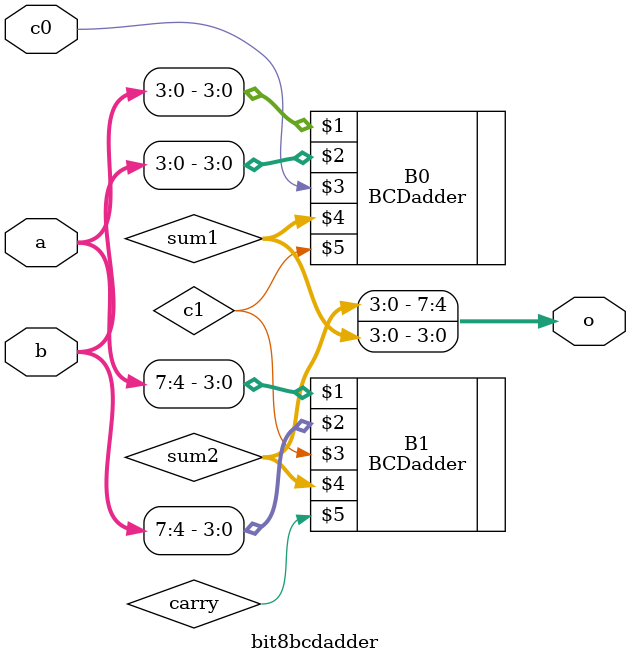
<source format=sv>
module bit8bcdadder(
  input[7:0] a,b,
  input c0,
  output[7:0] o,
);
  logic[3:0] sum1,sum2;
  
  BCDadder B0(a[3:0],b[3:0],c0,sum1,c1);
  
  BCDadder B1(a[7:4],b[7:4],c1,sum2,carry);
  
  assign o = {sum2,sum1};
  
endmodule

</source>
